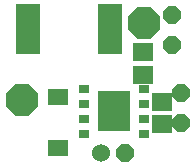
<source format=gbr>
G04 EAGLE Gerber X2 export*
%TF.Part,Single*%
%TF.FileFunction,Soldermask,Bot,1*%
%TF.FilePolarity,Negative*%
%TF.GenerationSoftware,Autodesk,EAGLE,8.6.3*%
%TF.CreationDate,2018-02-24T21:50:36Z*%
G75*
%MOMM*%
%FSLAX34Y34*%
%LPD*%
%AMOC8*
5,1,8,0,0,1.08239X$1,22.5*%
G01*
%ADD10P,1.649562X8X22.500000*%
%ADD11C,1.524000*%
%ADD12R,1.703200X1.503200*%
%ADD13R,1.673200X1.473200*%
%ADD14P,2.969212X8X22.500000*%
%ADD15P,1.649562X8X292.500000*%
%ADD16P,1.649562X8X112.500000*%
%ADD17R,2.743200X3.505200*%
%ADD18R,0.965200X0.711200*%
%ADD19R,2.113200X4.263200*%


D10*
X11888Y-46424D03*
D11*
X-8432Y-46424D03*
D12*
X27132Y20116D03*
X27132Y39116D03*
D13*
X-45530Y828D03*
X-45530Y-42172D03*
D14*
X27644Y63672D03*
D15*
X58688Y4960D03*
X58688Y-20440D03*
D16*
X51457Y44833D03*
X51457Y70233D03*
D12*
X42572Y-21924D03*
X42572Y-2924D03*
D17*
X1900Y-10900D03*
D18*
X27300Y-4550D03*
X27300Y-17250D03*
X27300Y8150D03*
X27300Y-29950D03*
X-23500Y-29950D03*
X-23500Y-17250D03*
X-23500Y-4550D03*
X-23500Y8150D03*
D14*
X-75504Y-1268D03*
D19*
X-1100Y58757D03*
X-70900Y58757D03*
M02*

</source>
